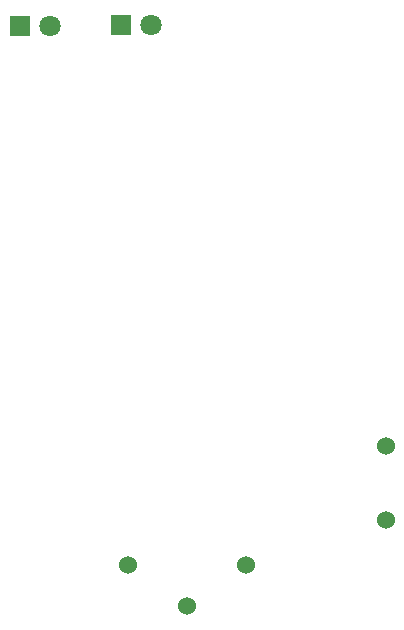
<source format=gbr>
%TF.GenerationSoftware,KiCad,Pcbnew,(5.1.9-0-10_14)*%
%TF.CreationDate,2021-10-18T11:35:41-07:00*%
%TF.ProjectId,cat_pcb_2a,6361745f-7063-4625-9f32-612e6b696361,rev?*%
%TF.SameCoordinates,Original*%
%TF.FileFunction,Copper,L1,Top*%
%TF.FilePolarity,Positive*%
%FSLAX46Y46*%
G04 Gerber Fmt 4.6, Leading zero omitted, Abs format (unit mm)*
G04 Created by KiCad (PCBNEW (5.1.9-0-10_14)) date 2021-10-18 11:35:41*
%MOMM*%
%LPD*%
G01*
G04 APERTURE LIST*
%TA.AperFunction,ComponentPad*%
%ADD10C,1.524000*%
%TD*%
%TA.AperFunction,ComponentPad*%
%ADD11C,1.800000*%
%TD*%
%TA.AperFunction,ComponentPad*%
%ADD12R,1.800000X1.800000*%
%TD*%
G04 APERTURE END LIST*
D10*
%TO.P,BAT1,POS2*%
%TO.N,+BATT*%
X154018000Y-109728000D03*
%TO.P,BAT1,NEG*%
%TO.N,GND*%
X149018000Y-113198001D03*
%TO.P,BAT1,POS1*%
%TO.N,+BATT*%
X144018000Y-109728000D03*
%TD*%
%TO.P,SW1,*%
%TO.N,*%
X165862000Y-99632000D03*
X165862000Y-105882000D03*
%TD*%
D11*
%TO.P,D2,2*%
%TO.N,Net-(D2-Pad2)*%
X145999200Y-64008000D03*
D12*
%TO.P,D2,1*%
%TO.N,GND*%
X143459200Y-64008000D03*
%TD*%
D11*
%TO.P,D1,2*%
%TO.N,Net-(D1-Pad2)*%
X137439400Y-64109600D03*
D12*
%TO.P,D1,1*%
%TO.N,GND*%
X134899400Y-64109600D03*
%TD*%
M02*

</source>
